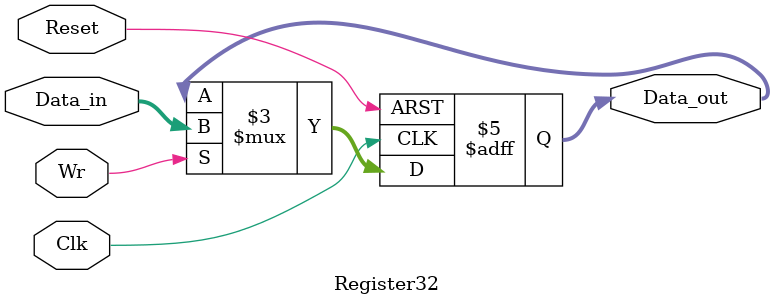
<source format=v>
`timescale 1ns / 1ps
module Register32(
input [31:0] Data_in,
output reg[31:0] Data_out,
input Wr, //Sync.
input Reset, //Async.
input Clk
    );

//
//Write your code below
//
always@(posedge Clk or posedge Reset)
begin
	if(Reset)
		Data_out = 0;
	else
		if(Wr)
			Data_out = Data_in;
end
	
endmodule

</source>
